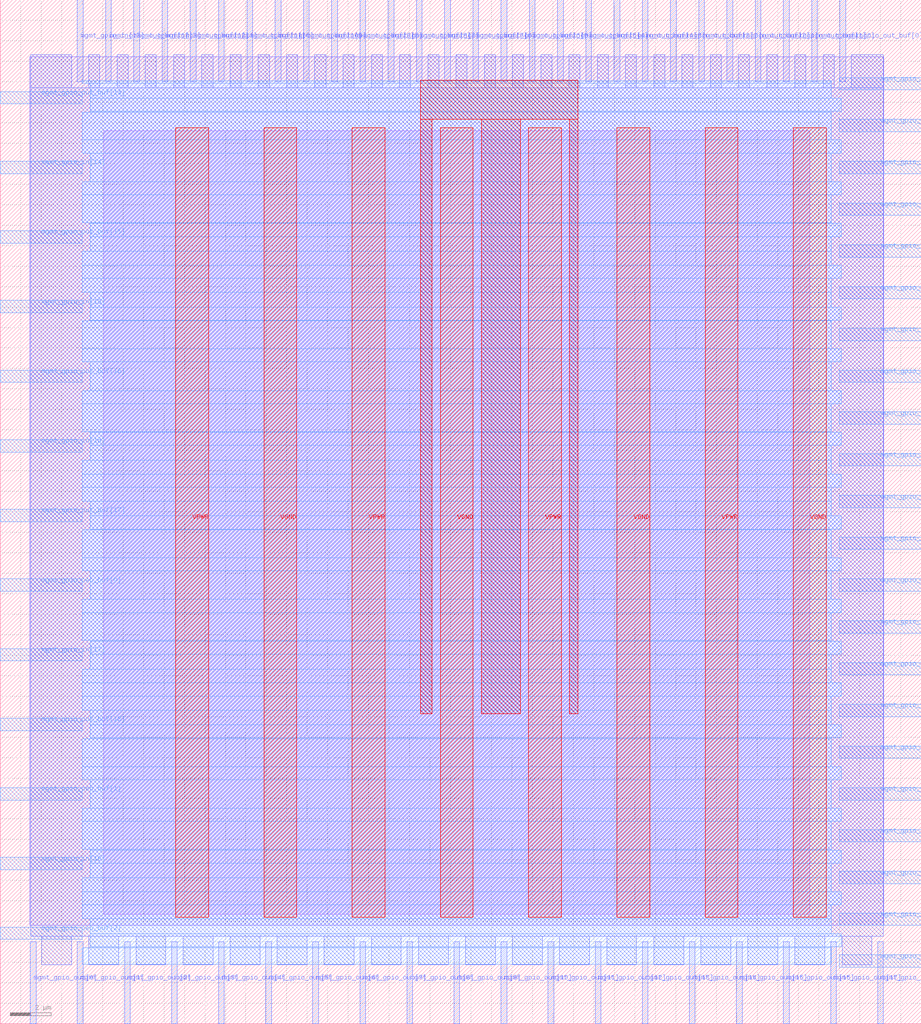
<source format=lef>
VERSION 5.7 ;
  NOWIREEXTENSIONATPIN ON ;
  DIVIDERCHAR "/" ;
  BUSBITCHARS "[]" ;
MACRO mprj_io_buffer
  CLASS BLOCK ;
  FOREIGN mprj_io_buffer ;
  ORIGIN 0.000 0.000 ;
  SIZE 45.000 BY 50.000 ;
  PIN VGND
    DIRECTION INOUT ;
    USE GROUND ;
    PORT
      LAYER met4 ;
        RECT 12.880 5.200 14.480 43.760 ;
    END
    PORT
      LAYER met4 ;
        RECT 21.505 5.200 23.105 43.760 ;
    END
    PORT
      LAYER met4 ;
        RECT 30.130 5.200 31.730 43.760 ;
    END
    PORT
      LAYER met4 ;
        RECT 38.755 5.200 40.355 43.760 ;
    END
  END VGND
  PIN VPWR
    DIRECTION INOUT ;
    USE POWER ;
    PORT
      LAYER met4 ;
        RECT 8.570 5.200 10.170 43.760 ;
    END
    PORT
      LAYER met4 ;
        RECT 17.195 5.200 18.795 43.760 ;
    END
    PORT
      LAYER met4 ;
        RECT 25.820 5.200 27.420 43.760 ;
    END
    PORT
      LAYER met4 ;
        RECT 34.445 5.200 36.045 43.760 ;
    END
  END VPWR
  PIN mgmt_gpio_in[0]
    DIRECTION INPUT ;
    USE SIGNAL ;
    PORT
      LAYER met2 ;
        RECT 39.650 46.000 39.930 50.000 ;
    END
  END mgmt_gpio_in[0]
  PIN mgmt_gpio_in[10]
    DIRECTION INPUT ;
    USE SIGNAL ;
    PORT
      LAYER met2 ;
        RECT 12.050 46.000 12.330 50.000 ;
    END
  END mgmt_gpio_in[10]
  PIN mgmt_gpio_in[11]
    DIRECTION INPUT ;
    USE SIGNAL ;
    PORT
      LAYER met2 ;
        RECT 9.290 46.000 9.570 50.000 ;
    END
  END mgmt_gpio_in[11]
  PIN mgmt_gpio_in[12]
    DIRECTION INPUT ;
    USE SIGNAL ;
    PORT
      LAYER met2 ;
        RECT 6.530 46.000 6.810 50.000 ;
    END
  END mgmt_gpio_in[12]
  PIN mgmt_gpio_in[13]
    DIRECTION INPUT ;
    USE SIGNAL ;
    PORT
      LAYER met2 ;
        RECT 3.770 46.000 4.050 50.000 ;
    END
  END mgmt_gpio_in[13]
  PIN mgmt_gpio_in[14]
    DIRECTION INPUT ;
    USE SIGNAL ;
    PORT
      LAYER met3 ;
        RECT 0.000 41.520 4.000 42.120 ;
    END
  END mgmt_gpio_in[14]
  PIN mgmt_gpio_in[15]
    DIRECTION INPUT ;
    USE SIGNAL ;
    PORT
      LAYER met3 ;
        RECT 0.000 34.720 4.000 35.320 ;
    END
  END mgmt_gpio_in[15]
  PIN mgmt_gpio_in[16]
    DIRECTION INPUT ;
    USE SIGNAL ;
    PORT
      LAYER met3 ;
        RECT 0.000 27.920 4.000 28.520 ;
    END
  END mgmt_gpio_in[16]
  PIN mgmt_gpio_in[17]
    DIRECTION INPUT ;
    USE SIGNAL ;
    PORT
      LAYER met3 ;
        RECT 0.000 17.720 4.000 18.320 ;
    END
  END mgmt_gpio_in[17]
  PIN mgmt_gpio_in[18]
    DIRECTION INPUT ;
    USE SIGNAL ;
    PORT
      LAYER met3 ;
        RECT 0.000 7.520 4.000 8.120 ;
    END
  END mgmt_gpio_in[18]
  PIN mgmt_gpio_in[1]
    DIRECTION INPUT ;
    USE SIGNAL ;
    PORT
      LAYER met2 ;
        RECT 36.890 46.000 37.170 50.000 ;
    END
  END mgmt_gpio_in[1]
  PIN mgmt_gpio_in[2]
    DIRECTION INPUT ;
    USE SIGNAL ;
    PORT
      LAYER met2 ;
        RECT 34.130 46.000 34.410 50.000 ;
    END
  END mgmt_gpio_in[2]
  PIN mgmt_gpio_in[3]
    DIRECTION INPUT ;
    USE SIGNAL ;
    PORT
      LAYER met2 ;
        RECT 31.370 46.000 31.650 50.000 ;
    END
  END mgmt_gpio_in[3]
  PIN mgmt_gpio_in[4]
    DIRECTION INPUT ;
    USE SIGNAL ;
    PORT
      LAYER met2 ;
        RECT 28.610 46.000 28.890 50.000 ;
    END
  END mgmt_gpio_in[4]
  PIN mgmt_gpio_in[5]
    DIRECTION INPUT ;
    USE SIGNAL ;
    PORT
      LAYER met2 ;
        RECT 25.850 46.000 26.130 50.000 ;
    END
  END mgmt_gpio_in[5]
  PIN mgmt_gpio_in[6]
    DIRECTION INPUT ;
    USE SIGNAL ;
    PORT
      LAYER met2 ;
        RECT 23.090 46.000 23.370 50.000 ;
    END
  END mgmt_gpio_in[6]
  PIN mgmt_gpio_in[7]
    DIRECTION INPUT ;
    USE SIGNAL ;
    PORT
      LAYER met2 ;
        RECT 20.330 46.000 20.610 50.000 ;
    END
  END mgmt_gpio_in[7]
  PIN mgmt_gpio_in[8]
    DIRECTION INPUT ;
    USE SIGNAL ;
    PORT
      LAYER met2 ;
        RECT 17.570 46.000 17.850 50.000 ;
    END
  END mgmt_gpio_in[8]
  PIN mgmt_gpio_in[9]
    DIRECTION INPUT ;
    USE SIGNAL ;
    PORT
      LAYER met2 ;
        RECT 14.810 46.000 15.090 50.000 ;
    END
  END mgmt_gpio_in[9]
  PIN mgmt_gpio_in_buf[0]
    DIRECTION OUTPUT TRISTATE ;
    USE SIGNAL ;
    PORT
      LAYER met3 ;
        RECT 41.000 8.880 45.000 9.480 ;
    END
  END mgmt_gpio_in_buf[0]
  PIN mgmt_gpio_in_buf[10]
    DIRECTION OUTPUT TRISTATE ;
    USE SIGNAL ;
    PORT
      LAYER met3 ;
        RECT 41.000 29.280 45.000 29.880 ;
    END
  END mgmt_gpio_in_buf[10]
  PIN mgmt_gpio_in_buf[11]
    DIRECTION OUTPUT TRISTATE ;
    USE SIGNAL ;
    PORT
      LAYER met3 ;
        RECT 41.000 31.320 45.000 31.920 ;
    END
  END mgmt_gpio_in_buf[11]
  PIN mgmt_gpio_in_buf[12]
    DIRECTION OUTPUT TRISTATE ;
    USE SIGNAL ;
    PORT
      LAYER met3 ;
        RECT 41.000 33.360 45.000 33.960 ;
    END
  END mgmt_gpio_in_buf[12]
  PIN mgmt_gpio_in_buf[13]
    DIRECTION OUTPUT TRISTATE ;
    USE SIGNAL ;
    PORT
      LAYER met3 ;
        RECT 41.000 35.400 45.000 36.000 ;
    END
  END mgmt_gpio_in_buf[13]
  PIN mgmt_gpio_in_buf[14]
    DIRECTION OUTPUT TRISTATE ;
    USE SIGNAL ;
    PORT
      LAYER met3 ;
        RECT 41.000 37.440 45.000 38.040 ;
    END
  END mgmt_gpio_in_buf[14]
  PIN mgmt_gpio_in_buf[15]
    DIRECTION OUTPUT TRISTATE ;
    USE SIGNAL ;
    PORT
      LAYER met3 ;
        RECT 41.000 39.480 45.000 40.080 ;
    END
  END mgmt_gpio_in_buf[15]
  PIN mgmt_gpio_in_buf[16]
    DIRECTION OUTPUT TRISTATE ;
    USE SIGNAL ;
    PORT
      LAYER met3 ;
        RECT 41.000 41.520 45.000 42.120 ;
    END
  END mgmt_gpio_in_buf[16]
  PIN mgmt_gpio_in_buf[17]
    DIRECTION OUTPUT TRISTATE ;
    USE SIGNAL ;
    PORT
      LAYER met3 ;
        RECT 41.000 43.560 45.000 44.160 ;
    END
  END mgmt_gpio_in_buf[17]
  PIN mgmt_gpio_in_buf[18]
    DIRECTION OUTPUT TRISTATE ;
    USE SIGNAL ;
    PORT
      LAYER met3 ;
        RECT 41.000 45.600 45.000 46.200 ;
    END
  END mgmt_gpio_in_buf[18]
  PIN mgmt_gpio_in_buf[1]
    DIRECTION OUTPUT TRISTATE ;
    USE SIGNAL ;
    PORT
      LAYER met3 ;
        RECT 41.000 10.920 45.000 11.520 ;
    END
  END mgmt_gpio_in_buf[1]
  PIN mgmt_gpio_in_buf[2]
    DIRECTION OUTPUT TRISTATE ;
    USE SIGNAL ;
    PORT
      LAYER met3 ;
        RECT 41.000 12.960 45.000 13.560 ;
    END
  END mgmt_gpio_in_buf[2]
  PIN mgmt_gpio_in_buf[3]
    DIRECTION OUTPUT TRISTATE ;
    USE SIGNAL ;
    PORT
      LAYER met3 ;
        RECT 41.000 15.000 45.000 15.600 ;
    END
  END mgmt_gpio_in_buf[3]
  PIN mgmt_gpio_in_buf[4]
    DIRECTION OUTPUT TRISTATE ;
    USE SIGNAL ;
    PORT
      LAYER met3 ;
        RECT 41.000 17.040 45.000 17.640 ;
    END
  END mgmt_gpio_in_buf[4]
  PIN mgmt_gpio_in_buf[5]
    DIRECTION OUTPUT TRISTATE ;
    USE SIGNAL ;
    PORT
      LAYER met3 ;
        RECT 41.000 19.080 45.000 19.680 ;
    END
  END mgmt_gpio_in_buf[5]
  PIN mgmt_gpio_in_buf[6]
    DIRECTION OUTPUT TRISTATE ;
    USE SIGNAL ;
    PORT
      LAYER met3 ;
        RECT 41.000 21.120 45.000 21.720 ;
    END
  END mgmt_gpio_in_buf[6]
  PIN mgmt_gpio_in_buf[7]
    DIRECTION OUTPUT TRISTATE ;
    USE SIGNAL ;
    PORT
      LAYER met3 ;
        RECT 41.000 23.160 45.000 23.760 ;
    END
  END mgmt_gpio_in_buf[7]
  PIN mgmt_gpio_in_buf[8]
    DIRECTION OUTPUT TRISTATE ;
    USE SIGNAL ;
    PORT
      LAYER met3 ;
        RECT 41.000 25.200 45.000 25.800 ;
    END
  END mgmt_gpio_in_buf[8]
  PIN mgmt_gpio_in_buf[9]
    DIRECTION OUTPUT TRISTATE ;
    USE SIGNAL ;
    PORT
      LAYER met3 ;
        RECT 41.000 27.240 45.000 27.840 ;
    END
  END mgmt_gpio_in_buf[9]
  PIN mgmt_gpio_oeb[0]
    DIRECTION INPUT ;
    USE SIGNAL ;
    PORT
      LAYER met3 ;
        RECT 41.000 2.760 45.000 3.360 ;
    END
  END mgmt_gpio_oeb[0]
  PIN mgmt_gpio_oeb[1]
    DIRECTION INPUT ;
    USE SIGNAL ;
    PORT
      LAYER met3 ;
        RECT 41.000 4.800 45.000 5.400 ;
    END
  END mgmt_gpio_oeb[1]
  PIN mgmt_gpio_oeb[2]
    DIRECTION INPUT ;
    USE SIGNAL ;
    PORT
      LAYER met3 ;
        RECT 41.000 6.840 45.000 7.440 ;
    END
  END mgmt_gpio_oeb[2]
  PIN mgmt_gpio_oeb_buf[0]
    DIRECTION OUTPUT TRISTATE ;
    USE SIGNAL ;
    PORT
      LAYER met3 ;
        RECT 0.000 21.120 4.000 21.720 ;
    END
  END mgmt_gpio_oeb_buf[0]
  PIN mgmt_gpio_oeb_buf[1]
    DIRECTION OUTPUT TRISTATE ;
    USE SIGNAL ;
    PORT
      LAYER met3 ;
        RECT 0.000 10.920 4.000 11.520 ;
    END
  END mgmt_gpio_oeb_buf[1]
  PIN mgmt_gpio_oeb_buf[2]
    DIRECTION OUTPUT TRISTATE ;
    USE SIGNAL ;
    PORT
      LAYER met3 ;
        RECT 0.000 4.120 4.000 4.720 ;
    END
  END mgmt_gpio_oeb_buf[2]
  PIN mgmt_gpio_out[0]
    DIRECTION INPUT ;
    USE SIGNAL ;
    PORT
      LAYER met2 ;
        RECT 1.470 0.000 1.750 4.000 ;
    END
  END mgmt_gpio_out[0]
  PIN mgmt_gpio_out[10]
    DIRECTION INPUT ;
    USE SIGNAL ;
    PORT
      LAYER met2 ;
        RECT 24.470 0.000 24.750 4.000 ;
    END
  END mgmt_gpio_out[10]
  PIN mgmt_gpio_out[11]
    DIRECTION INPUT ;
    USE SIGNAL ;
    PORT
      LAYER met2 ;
        RECT 26.770 0.000 27.050 4.000 ;
    END
  END mgmt_gpio_out[11]
  PIN mgmt_gpio_out[12]
    DIRECTION INPUT ;
    USE SIGNAL ;
    PORT
      LAYER met2 ;
        RECT 29.070 0.000 29.350 4.000 ;
    END
  END mgmt_gpio_out[12]
  PIN mgmt_gpio_out[13]
    DIRECTION INPUT ;
    USE SIGNAL ;
    PORT
      LAYER met2 ;
        RECT 31.370 0.000 31.650 4.000 ;
    END
  END mgmt_gpio_out[13]
  PIN mgmt_gpio_out[14]
    DIRECTION INPUT ;
    USE SIGNAL ;
    PORT
      LAYER met2 ;
        RECT 33.670 0.000 33.950 4.000 ;
    END
  END mgmt_gpio_out[14]
  PIN mgmt_gpio_out[15]
    DIRECTION INPUT ;
    USE SIGNAL ;
    PORT
      LAYER met2 ;
        RECT 35.970 0.000 36.250 4.000 ;
    END
  END mgmt_gpio_out[15]
  PIN mgmt_gpio_out[16]
    DIRECTION INPUT ;
    USE SIGNAL ;
    PORT
      LAYER met2 ;
        RECT 38.270 0.000 38.550 4.000 ;
    END
  END mgmt_gpio_out[16]
  PIN mgmt_gpio_out[17]
    DIRECTION INPUT ;
    USE SIGNAL ;
    PORT
      LAYER met2 ;
        RECT 40.570 0.000 40.850 4.000 ;
    END
  END mgmt_gpio_out[17]
  PIN mgmt_gpio_out[18]
    DIRECTION INPUT ;
    USE SIGNAL ;
    PORT
      LAYER met2 ;
        RECT 42.870 0.000 43.150 4.000 ;
    END
  END mgmt_gpio_out[18]
  PIN mgmt_gpio_out[1]
    DIRECTION INPUT ;
    USE SIGNAL ;
    PORT
      LAYER met2 ;
        RECT 3.770 0.000 4.050 4.000 ;
    END
  END mgmt_gpio_out[1]
  PIN mgmt_gpio_out[2]
    DIRECTION INPUT ;
    USE SIGNAL ;
    PORT
      LAYER met2 ;
        RECT 6.070 0.000 6.350 4.000 ;
    END
  END mgmt_gpio_out[2]
  PIN mgmt_gpio_out[3]
    DIRECTION INPUT ;
    USE SIGNAL ;
    PORT
      LAYER met2 ;
        RECT 8.370 0.000 8.650 4.000 ;
    END
  END mgmt_gpio_out[3]
  PIN mgmt_gpio_out[4]
    DIRECTION INPUT ;
    USE SIGNAL ;
    PORT
      LAYER met2 ;
        RECT 10.670 0.000 10.950 4.000 ;
    END
  END mgmt_gpio_out[4]
  PIN mgmt_gpio_out[5]
    DIRECTION INPUT ;
    USE SIGNAL ;
    PORT
      LAYER met2 ;
        RECT 12.970 0.000 13.250 4.000 ;
    END
  END mgmt_gpio_out[5]
  PIN mgmt_gpio_out[6]
    DIRECTION INPUT ;
    USE SIGNAL ;
    PORT
      LAYER met2 ;
        RECT 15.270 0.000 15.550 4.000 ;
    END
  END mgmt_gpio_out[6]
  PIN mgmt_gpio_out[7]
    DIRECTION INPUT ;
    USE SIGNAL ;
    PORT
      LAYER met2 ;
        RECT 17.570 0.000 17.850 4.000 ;
    END
  END mgmt_gpio_out[7]
  PIN mgmt_gpio_out[8]
    DIRECTION INPUT ;
    USE SIGNAL ;
    PORT
      LAYER met2 ;
        RECT 19.870 0.000 20.150 4.000 ;
    END
  END mgmt_gpio_out[8]
  PIN mgmt_gpio_out[9]
    DIRECTION INPUT ;
    USE SIGNAL ;
    PORT
      LAYER met2 ;
        RECT 22.170 0.000 22.450 4.000 ;
    END
  END mgmt_gpio_out[9]
  PIN mgmt_gpio_out_buf[0]
    DIRECTION OUTPUT TRISTATE ;
    USE SIGNAL ;
    PORT
      LAYER met2 ;
        RECT 41.030 46.000 41.310 50.000 ;
    END
  END mgmt_gpio_out_buf[0]
  PIN mgmt_gpio_out_buf[10]
    DIRECTION OUTPUT TRISTATE ;
    USE SIGNAL ;
    PORT
      LAYER met2 ;
        RECT 13.430 46.000 13.710 50.000 ;
    END
  END mgmt_gpio_out_buf[10]
  PIN mgmt_gpio_out_buf[11]
    DIRECTION OUTPUT TRISTATE ;
    USE SIGNAL ;
    PORT
      LAYER met2 ;
        RECT 10.670 46.000 10.950 50.000 ;
    END
  END mgmt_gpio_out_buf[11]
  PIN mgmt_gpio_out_buf[12]
    DIRECTION OUTPUT TRISTATE ;
    USE SIGNAL ;
    PORT
      LAYER met2 ;
        RECT 7.910 46.000 8.190 50.000 ;
    END
  END mgmt_gpio_out_buf[12]
  PIN mgmt_gpio_out_buf[13]
    DIRECTION OUTPUT TRISTATE ;
    USE SIGNAL ;
    PORT
      LAYER met2 ;
        RECT 5.150 46.000 5.430 50.000 ;
    END
  END mgmt_gpio_out_buf[13]
  PIN mgmt_gpio_out_buf[14]
    DIRECTION OUTPUT TRISTATE ;
    USE SIGNAL ;
    PORT
      LAYER met3 ;
        RECT 0.000 44.920 4.000 45.520 ;
    END
  END mgmt_gpio_out_buf[14]
  PIN mgmt_gpio_out_buf[15]
    DIRECTION OUTPUT TRISTATE ;
    USE SIGNAL ;
    PORT
      LAYER met3 ;
        RECT 0.000 38.120 4.000 38.720 ;
    END
  END mgmt_gpio_out_buf[15]
  PIN mgmt_gpio_out_buf[16]
    DIRECTION OUTPUT TRISTATE ;
    USE SIGNAL ;
    PORT
      LAYER met3 ;
        RECT 0.000 31.320 4.000 31.920 ;
    END
  END mgmt_gpio_out_buf[16]
  PIN mgmt_gpio_out_buf[17]
    DIRECTION OUTPUT TRISTATE ;
    USE SIGNAL ;
    PORT
      LAYER met3 ;
        RECT 0.000 24.520 4.000 25.120 ;
    END
  END mgmt_gpio_out_buf[17]
  PIN mgmt_gpio_out_buf[18]
    DIRECTION OUTPUT TRISTATE ;
    USE SIGNAL ;
    PORT
      LAYER met3 ;
        RECT 0.000 14.320 4.000 14.920 ;
    END
  END mgmt_gpio_out_buf[18]
  PIN mgmt_gpio_out_buf[1]
    DIRECTION OUTPUT TRISTATE ;
    USE SIGNAL ;
    PORT
      LAYER met2 ;
        RECT 38.270 46.000 38.550 50.000 ;
    END
  END mgmt_gpio_out_buf[1]
  PIN mgmt_gpio_out_buf[2]
    DIRECTION OUTPUT TRISTATE ;
    USE SIGNAL ;
    PORT
      LAYER met2 ;
        RECT 35.510 46.000 35.790 50.000 ;
    END
  END mgmt_gpio_out_buf[2]
  PIN mgmt_gpio_out_buf[3]
    DIRECTION OUTPUT TRISTATE ;
    USE SIGNAL ;
    PORT
      LAYER met2 ;
        RECT 32.750 46.000 33.030 50.000 ;
    END
  END mgmt_gpio_out_buf[3]
  PIN mgmt_gpio_out_buf[4]
    DIRECTION OUTPUT TRISTATE ;
    USE SIGNAL ;
    PORT
      LAYER met2 ;
        RECT 29.990 46.000 30.270 50.000 ;
    END
  END mgmt_gpio_out_buf[4]
  PIN mgmt_gpio_out_buf[5]
    DIRECTION OUTPUT TRISTATE ;
    USE SIGNAL ;
    PORT
      LAYER met2 ;
        RECT 27.230 46.000 27.510 50.000 ;
    END
  END mgmt_gpio_out_buf[5]
  PIN mgmt_gpio_out_buf[6]
    DIRECTION OUTPUT TRISTATE ;
    USE SIGNAL ;
    PORT
      LAYER met2 ;
        RECT 24.470 46.000 24.750 50.000 ;
    END
  END mgmt_gpio_out_buf[6]
  PIN mgmt_gpio_out_buf[7]
    DIRECTION OUTPUT TRISTATE ;
    USE SIGNAL ;
    PORT
      LAYER met2 ;
        RECT 21.710 46.000 21.990 50.000 ;
    END
  END mgmt_gpio_out_buf[7]
  PIN mgmt_gpio_out_buf[8]
    DIRECTION OUTPUT TRISTATE ;
    USE SIGNAL ;
    PORT
      LAYER met2 ;
        RECT 18.950 46.000 19.230 50.000 ;
    END
  END mgmt_gpio_out_buf[8]
  PIN mgmt_gpio_out_buf[9]
    DIRECTION OUTPUT TRISTATE ;
    USE SIGNAL ;
    PORT
      LAYER met2 ;
        RECT 16.190 46.000 16.470 50.000 ;
    END
  END mgmt_gpio_out_buf[9]
  OBS
      LAYER li1 ;
        RECT 5.060 5.355 39.560 43.605 ;
      LAYER met1 ;
        RECT 1.450 4.800 43.170 47.220 ;
      LAYER met2 ;
        RECT 1.480 45.720 3.490 47.330 ;
        RECT 4.330 45.720 4.870 47.330 ;
        RECT 5.710 45.720 6.250 47.330 ;
        RECT 7.090 45.720 7.630 47.330 ;
        RECT 8.470 45.720 9.010 47.330 ;
        RECT 9.850 45.720 10.390 47.330 ;
        RECT 11.230 45.720 11.770 47.330 ;
        RECT 12.610 45.720 13.150 47.330 ;
        RECT 13.990 45.720 14.530 47.330 ;
        RECT 15.370 45.720 15.910 47.330 ;
        RECT 16.750 45.720 17.290 47.330 ;
        RECT 18.130 45.720 18.670 47.330 ;
        RECT 19.510 45.720 20.050 47.330 ;
        RECT 20.890 45.720 21.430 47.330 ;
        RECT 22.270 45.720 22.810 47.330 ;
        RECT 23.650 45.720 24.190 47.330 ;
        RECT 25.030 45.720 25.570 47.330 ;
        RECT 26.410 45.720 26.950 47.330 ;
        RECT 27.790 45.720 28.330 47.330 ;
        RECT 29.170 45.720 29.710 47.330 ;
        RECT 30.550 45.720 31.090 47.330 ;
        RECT 31.930 45.720 32.470 47.330 ;
        RECT 33.310 45.720 33.850 47.330 ;
        RECT 34.690 45.720 35.230 47.330 ;
        RECT 36.070 45.720 36.610 47.330 ;
        RECT 37.450 45.720 37.990 47.330 ;
        RECT 38.830 45.720 39.370 47.330 ;
        RECT 40.210 45.720 40.750 47.330 ;
        RECT 41.590 45.720 43.140 47.330 ;
        RECT 1.480 4.280 43.140 45.720 ;
        RECT 2.030 2.875 3.490 4.280 ;
        RECT 4.330 2.875 5.790 4.280 ;
        RECT 6.630 2.875 8.090 4.280 ;
        RECT 8.930 2.875 10.390 4.280 ;
        RECT 11.230 2.875 12.690 4.280 ;
        RECT 13.530 2.875 14.990 4.280 ;
        RECT 15.830 2.875 17.290 4.280 ;
        RECT 18.130 2.875 19.590 4.280 ;
        RECT 20.430 2.875 21.890 4.280 ;
        RECT 22.730 2.875 24.190 4.280 ;
        RECT 25.030 2.875 26.490 4.280 ;
        RECT 27.330 2.875 28.790 4.280 ;
        RECT 29.630 2.875 31.090 4.280 ;
        RECT 31.930 2.875 33.390 4.280 ;
        RECT 34.230 2.875 35.690 4.280 ;
        RECT 36.530 2.875 37.990 4.280 ;
        RECT 38.830 2.875 40.290 4.280 ;
        RECT 41.130 2.875 42.590 4.280 ;
      LAYER met3 ;
        RECT 4.000 45.920 40.600 46.060 ;
        RECT 4.400 45.200 40.600 45.920 ;
        RECT 4.400 44.560 41.090 45.200 ;
        RECT 4.400 44.520 40.600 44.560 ;
        RECT 4.000 43.160 40.600 44.520 ;
        RECT 4.000 42.520 41.090 43.160 ;
        RECT 4.400 41.120 40.600 42.520 ;
        RECT 4.000 40.480 41.090 41.120 ;
        RECT 4.000 39.120 40.600 40.480 ;
        RECT 4.400 39.080 40.600 39.120 ;
        RECT 4.400 38.440 41.090 39.080 ;
        RECT 4.400 37.720 40.600 38.440 ;
        RECT 4.000 37.040 40.600 37.720 ;
        RECT 4.000 36.400 41.090 37.040 ;
        RECT 4.000 35.720 40.600 36.400 ;
        RECT 4.400 35.000 40.600 35.720 ;
        RECT 4.400 34.360 41.090 35.000 ;
        RECT 4.400 34.320 40.600 34.360 ;
        RECT 4.000 32.960 40.600 34.320 ;
        RECT 4.000 32.320 41.090 32.960 ;
        RECT 4.400 30.920 40.600 32.320 ;
        RECT 4.000 30.280 41.090 30.920 ;
        RECT 4.000 28.920 40.600 30.280 ;
        RECT 4.400 28.880 40.600 28.920 ;
        RECT 4.400 28.240 41.090 28.880 ;
        RECT 4.400 27.520 40.600 28.240 ;
        RECT 4.000 26.840 40.600 27.520 ;
        RECT 4.000 26.200 41.090 26.840 ;
        RECT 4.000 25.520 40.600 26.200 ;
        RECT 4.400 24.800 40.600 25.520 ;
        RECT 4.400 24.160 41.090 24.800 ;
        RECT 4.400 24.120 40.600 24.160 ;
        RECT 4.000 22.760 40.600 24.120 ;
        RECT 4.000 22.120 41.090 22.760 ;
        RECT 4.400 20.720 40.600 22.120 ;
        RECT 4.000 20.080 41.090 20.720 ;
        RECT 4.000 18.720 40.600 20.080 ;
        RECT 4.400 18.680 40.600 18.720 ;
        RECT 4.400 18.040 41.090 18.680 ;
        RECT 4.400 17.320 40.600 18.040 ;
        RECT 4.000 16.640 40.600 17.320 ;
        RECT 4.000 16.000 41.090 16.640 ;
        RECT 4.000 15.320 40.600 16.000 ;
        RECT 4.400 14.600 40.600 15.320 ;
        RECT 4.400 13.960 41.090 14.600 ;
        RECT 4.400 13.920 40.600 13.960 ;
        RECT 4.000 12.560 40.600 13.920 ;
        RECT 4.000 11.920 41.090 12.560 ;
        RECT 4.400 10.520 40.600 11.920 ;
        RECT 4.000 9.880 41.090 10.520 ;
        RECT 4.000 8.520 40.600 9.880 ;
        RECT 4.400 8.480 40.600 8.520 ;
        RECT 4.400 7.840 41.090 8.480 ;
        RECT 4.400 7.120 40.600 7.840 ;
        RECT 4.000 6.440 40.600 7.120 ;
        RECT 4.000 5.800 41.090 6.440 ;
        RECT 4.000 5.120 40.600 5.800 ;
        RECT 4.400 4.400 40.600 5.120 ;
        RECT 4.400 3.760 41.090 4.400 ;
        RECT 4.400 3.720 40.600 3.760 ;
        RECT 4.000 2.895 40.600 3.720 ;
      LAYER met4 ;
        RECT 20.535 44.160 28.225 46.065 ;
        RECT 20.535 15.135 21.105 44.160 ;
        RECT 23.505 15.135 25.420 44.160 ;
        RECT 27.820 15.135 28.225 44.160 ;
  END
END mprj_io_buffer
END LIBRARY


</source>
